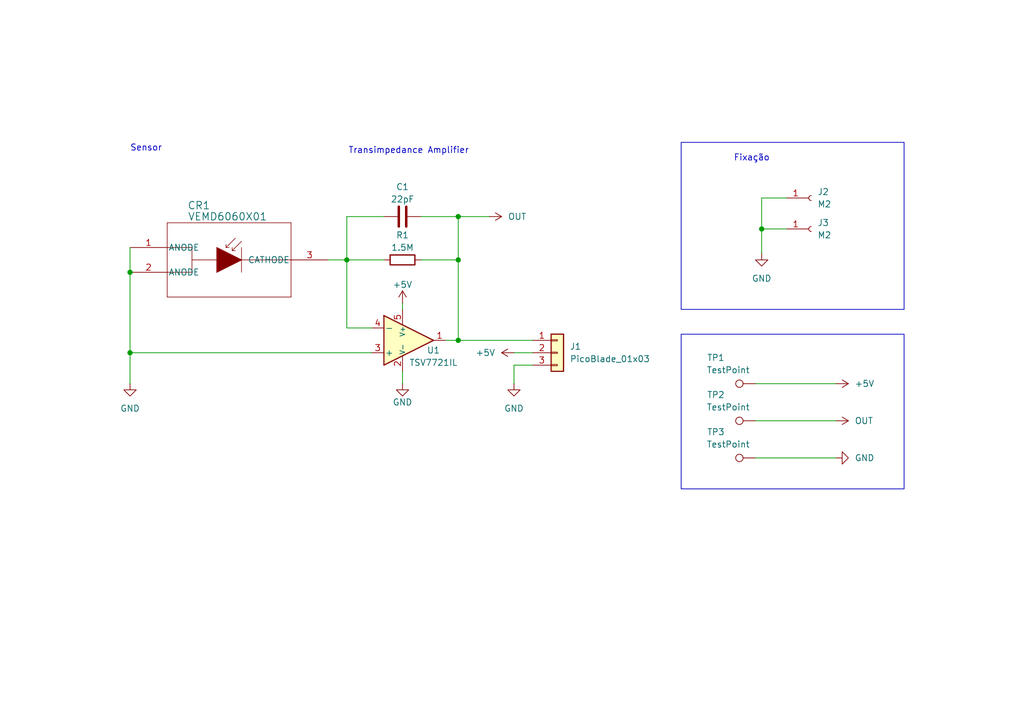
<source format=kicad_sch>
(kicad_sch (version 20231120) (generator "eeschema") (generator_version "8.0")
  (paper "A5")
  (lib_symbols
    (symbol "Connector:Conn_01x01_Socket" (pin_names (offset 1.016) hide)
      (property "Reference" "J" (at 0 2.54 0))
      (property "Value" "Conn_01x01_Socket" (at 0 -2.54 0))
      (symbol "Conn_01x01_Socket_1_1"
        (polyline (pts (xy -1.27 0) (xy -0.508 0)) (stroke (width 0.1524)))
        (arc (start 0 0.508) (mid -0.5058 0) (end 0 -0.508) (stroke (width 0.1524)))
        (pin passive line (at -5.08 0 0) (length 3.81) (name "Pin_1") (number "1"))
      )
    )
    (symbol "Connector:TestPoint" (pin_numbers hide) (pin_names (offset 0.762) hide)
      (property "Reference" "TP" (at 0 6.858 0))
      (property "Value" "TestPoint" (at 0 5.08 0))
      (symbol "TestPoint_0_1"
        (circle (center 0 3.302) (radius 0.762))
      )
      (symbol "TestPoint_1_1"
        (pin passive line (at 0 0 90) (length 2.54) (name "1") (number "1"))
      )
    )
    (symbol "Connector_Generic:Conn_01x03" (pin_names (offset 1.016) hide)
      (property "Reference" "J" (at 0 5.08 0))
      (property "Value" "Conn_01x03" (at 0 -5.08 0))
      (symbol "Conn_01x03_1_1"
        (rectangle (start -1.27 -2.413) (end 0 -2.667) (stroke (width 0.1524)))
        (rectangle (start -1.27 0.127) (end 0 -0.127) (stroke (width 0.1524)))
        (rectangle (start -1.27 2.667) (end 0 2.413) (stroke (width 0.1524)))
        (rectangle (start -1.27 3.81) (end 1.27 -3.81) (stroke (width 0.254)) (fill (type background)))
        (pin passive line (at -5.08 2.54 0) (length 3.81) (name "Pin_1") (number "1"))
        (pin passive line (at -5.08 0 0) (length 3.81) (name "Pin_2") (number "2"))
        (pin passive line (at -5.08 -2.54 0) (length 3.81) (name "Pin_3") (number "3"))
      )
    )
    (symbol "PCM_Amplifier_Operational_AKL:TSV7721IL" (pin_names (offset 0.2))
      (property "Reference" "U" (at 0 7.62 0))
      (property "Value" "TSV7721IL" (at 0 5.08 0))
      (symbol "TSV7721IL_0_1"
        (polyline (pts (xy -5.08 5.08) (xy -5.08 -5.08) (xy 5.08 0) (xy -5.08 5.08)) (stroke (width 0.254)) (fill (type background)))
      )
      (symbol "TSV7721IL_1_1"
        (pin output line (at 7.62 0 180) (length 2.54) (name "~") (number "1"))
        (pin power_in line (at -1.27 -6.35 90) (length 3.18) (name "V-") (number "2"))
        (pin input line (at -7.62 -2.54 0) (length 2.54) (name "+") (number "3"))
        (pin input line (at -7.62 2.54 0) (length 2.54) (name "-") (number "4"))
        (pin power_in line (at -1.27 6.35 270) (length 3.18) (name "V+") (number "5"))
      )
    )
    (symbol "PCM_Capacitor_AKL:C_0805" (pin_numbers hide) (pin_names (offset 0.254))
      (property "Reference" "C" (at 0.635 2.54 0))
      (property "Value" "C_0805" (at 0.635 -2.54 0))
      (symbol "C_0805_0_1"
        (polyline (pts (xy -2.032 -0.762) (xy 2.032 -0.762)) (stroke (width 0.508)))
        (polyline (pts (xy -2.032 0.762) (xy 2.032 0.762)) (stroke (width 0.508)))
      )
      (symbol "C_0805_0_2"
        (polyline (pts (xy -2.54 -2.54) (xy -0.381 -0.381)))
        (polyline (pts (xy -0.508 -0.508) (xy -1.651 0.635)) (stroke (width 0.508)))
        (polyline (pts (xy -0.508 -0.508) (xy 0.635 -1.651)) (stroke (width 0.508)))
        (polyline (pts (xy 0.381 0.381) (xy 2.54 2.54)))
        (polyline (pts (xy 0.508 0.508) (xy -0.635 1.651)) (stroke (width 0.508)))
        (polyline (pts (xy 0.508 0.508) (xy 1.651 -0.635)) (stroke (width 0.508)))
      )
      (symbol "C_0805_1_1"
        (pin passive line (at 0 3.81 270) (length 2.794) (name "~") (number "1"))
        (pin passive line (at 0 -3.81 90) (length 2.794) (name "~") (number "2"))
      )
      (symbol "C_0805_1_2"
        (pin passive line (at 2.54 2.54 270) (length 0) (name "~") (number "1"))
        (pin passive line (at -2.54 -2.54 90) (length 0) (name "~") (number "2"))
      )
    )
    (symbol "PCM_Resistor_AKL:R_0805" (pin_numbers hide) (pin_names (offset 0))
      (property "Reference" "R" (at 2.54 1.27 0))
      (property "Value" "R_0805" (at 2.54 -1.27 0))
      (symbol "R_0805_0_1"
        (rectangle (start -1.016 2.54) (end 1.016 -2.54) (stroke (width 0.254)))
      )
      (symbol "R_0805_0_2"
        (polyline (pts (xy -2.54 -2.54) (xy -1.524 -1.524)))
        (polyline (pts (xy 1.524 1.524) (xy 2.54 2.54)))
        (polyline (pts (xy 1.524 1.524) (xy 0.889 2.159) (xy -2.159 -0.889) (xy -0.889 -2.159) (xy 2.159 0.889) (xy 1.524 1.524)) (stroke (width 0.254)))
      )
      (symbol "R_0805_1_1"
        (pin passive line (at 0 3.81 270) (length 1.27) (name "~") (number "1"))
        (pin passive line (at 0 -3.81 90) (length 1.27) (name "~") (number "2"))
      )
      (symbol "R_0805_1_2"
        (pin passive line (at 2.54 2.54 180) (length 0) (name "") (number "1"))
        (pin passive line (at -2.54 -2.54 0) (length 0) (name "") (number "2"))
      )
    )
    (symbol "VEMD6060X01:VEMD6060X01" (pin_names (offset 0.254))
      (property "Reference" "CR" (at 1.27 12.7 0))
      (property "Value" "VEMD6060X01" (at 1.27 10.16 0))
      (symbol "VEMD6060X01_0_1"
        (polyline (pts (xy -11.43 -7.62) (xy 13.97 -7.62)) (stroke (width 0.127)))
        (polyline (pts (xy -11.43 2.54) (xy -6.35 2.54)) (stroke (width 0.127)))
        (polyline (pts (xy -11.43 7.62) (xy -11.43 -7.62)) (stroke (width 0.127)))
        (polyline (pts (xy -6.35 -2.54) (xy -11.43 -2.54)) (stroke (width 0.127)))
        (polyline (pts (xy -6.35 2.54) (xy -6.35 -2.54)) (stroke (width 0.127)))
        (polyline (pts (xy -1.27 2.54) (xy -1.27 -2.54)) (stroke (width 0.127)))
        (polyline (pts (xy -1.27 2.54) (xy 3.81 0)) (stroke (width 0.127)))
        (polyline (pts (xy 0.635 2.54) (xy 1.27 2.54)) (stroke (width 0.127)))
        (polyline (pts (xy 0.635 2.54) (xy 2.54 4.445)) (stroke (width 0.127)))
        (polyline (pts (xy 0.635 3.175) (xy 0.635 2.54)) (stroke (width 0.127)))
        (polyline (pts (xy 1.905 1.905) (xy 3.81 3.81)) (stroke (width 0.127)))
        (polyline (pts (xy 1.905 2.54) (xy 1.905 1.905)) (stroke (width 0.127)))
        (polyline (pts (xy 2.54 1.905) (xy 1.905 1.905)) (stroke (width 0.127)))
        (polyline (pts (xy 3.81 0) (xy -1.27 -2.54)) (stroke (width 0.127)))
        (polyline (pts (xy 3.81 2.54) (xy 3.81 -2.54)) (stroke (width 0.127)))
        (polyline (pts (xy 13.97 -7.62) (xy 13.97 7.62)) (stroke (width 0.127)))
        (polyline (pts (xy 13.97 0) (xy -6.35 0)) (stroke (width 0.127)))
        (polyline (pts (xy 13.97 7.62) (xy -11.43 7.62)) (stroke (width 0.127)))
        (polyline (pts (xy -1.27 2.54) (xy 3.81 0) (xy -1.27 -2.54)) (fill (type outline)))
        (pin unspecified line (at -19.05 2.54 0) (length 7.62) (name "ANODE") (number "1"))
        (pin unspecified line (at -19.05 -2.54 0) (length 7.62) (name "ANODE") (number "2"))
        (pin unspecified line (at 21.59 0 180) (length 7.62) (name "CATHODE") (number "3"))
      )
    )
    (symbol "power:+1V0" (power) (pin_numbers hide) (pin_names (offset 0) hide)
      (property "Value" "+1V0" (at 0 3.556 0))
      (symbol "+1V0_0_1"
        (polyline (pts (xy -0.762 1.27) (xy 0 2.54)))
        (polyline (pts (xy 0 0) (xy 0 2.54)))
        (polyline (pts (xy 0 2.54) (xy 0.762 1.27)))
      )
      (symbol "+1V0_1_1"
        (pin power_in line (at 0 0 90) (length 0) (name "~") (number "1"))
      )
    )
    (symbol "power:+5V" (power) (pin_numbers hide) (pin_names (offset 0) hide)
      (property "Value" "+5V" (at 0 3.556 0))
      (symbol "+5V_0_1"
        (polyline (pts (xy -0.762 1.27) (xy 0 2.54)))
        (polyline (pts (xy 0 0) (xy 0 2.54)))
        (polyline (pts (xy 0 2.54) (xy 0.762 1.27)))
      )
      (symbol "+5V_1_1"
        (pin power_in line (at 0 0 90) (length 0) (name "~") (number "1"))
      )
    )
    (symbol "power:GND" (power) (pin_numbers hide) (pin_names (offset 0) hide)
      (property "Value" "GND" (at 0 -3.81 0))
      (symbol "GND_0_1"
        (polyline (pts (xy 0 0) (xy 0 -1.27) (xy 1.27 -1.27) (xy 0 -2.54) (xy -1.27 -1.27) (xy 0 -1.27)))
      )
      (symbol "GND_1_1"
        (pin power_in line (at 0 0 270) (length 0) (name "~") (number "1"))
      )
    )
  )
  (junction (at 26.67 72.39))
  (junction (at 93.98 53.34))
  (junction (at 93.98 69.85))
  (junction (at 156.21 46.99))
  (junction (at 93.98 44.45))
  (junction (at 71.12 53.34))
  (junction (at 26.67 55.88))
  (wire (pts (xy 105.41 72.39) (xy 109.22 72.39)))
  (wire (pts (xy 156.21 40.64) (xy 156.21 46.99)))
  (wire (pts (xy 109.22 74.93) (xy 105.41 74.93)))
  (wire (pts (xy 156.21 46.99) (xy 156.21 52.07)))
  (wire (pts (xy 82.55 76.2) (xy 82.55 78.74)))
  (wire (pts (xy 26.67 50.8) (xy 26.67 55.88)))
  (wire (pts (xy 161.29 46.99) (xy 156.21 46.99)))
  (wire (pts (xy 86.36 44.45) (xy 93.98 44.45)))
  (wire (pts (xy 26.67 55.88) (xy 26.67 72.39)))
  (wire (pts (xy 78.74 53.34) (xy 71.12 53.34)))
  (wire (pts (xy 93.98 44.45) (xy 100.33 44.45)))
  (wire (pts (xy 71.12 67.31) (xy 76.2 67.31)))
  (wire (pts (xy 93.98 69.85) (xy 109.22 69.85)))
  (wire (pts (xy 78.74 44.45) (xy 71.12 44.45)))
  (wire (pts (xy 26.67 72.39) (xy 26.67 78.74)))
  (wire (pts (xy 154.94 86.36) (xy 171.45 86.36)))
  (wire (pts (xy 93.98 69.85) (xy 91.44 69.85)))
  (wire (pts (xy 161.29 40.64) (xy 156.21 40.64)))
  (wire (pts (xy 93.98 44.45) (xy 93.98 53.34)))
  (wire (pts (xy 154.94 93.98) (xy 171.45 93.98)))
  (wire (pts (xy 67.31 53.34) (xy 71.12 53.34)))
  (wire (pts (xy 82.55 62.23) (xy 82.55 63.5)))
  (wire (pts (xy 76.2 72.39) (xy 26.67 72.39)))
  (wire (pts (xy 86.36 53.34) (xy 93.98 53.34)))
  (wire (pts (xy 71.12 44.45) (xy 71.12 53.34)))
  (wire (pts (xy 93.98 53.34) (xy 93.98 69.85)))
  (wire (pts (xy 71.12 53.34) (xy 71.12 67.31)))
  (wire (pts (xy 154.94 78.74) (xy 171.45 78.74)))
  (wire (pts (xy 105.41 74.93) (xy 105.41 78.74)))
  (rectangle (start 139.7 29.21) (end 185.42 63.5))
  (rectangle (start 139.7 68.58) (end 185.42 100.33))
  (text "Transimpedance Amplifier" (at 83.82 30.988 0) (effects (font (size 1.27 1.27))))
  (text "Sensor" (at 29.972 30.48 0) (effects (font (size 1.27 1.27))))
  (text "Fixação" (at 154.178 32.512 0) (effects (font (size 1.27 1.27))))
  (symbol (lib_id "power:+5V") (at 82.55 62.23 0) (unit 1)
    (property "Reference" "#PWR05" (effects (hide yes)))
    (property "Value" "+5V" (at 82.55 58.42 0))
    (property "Description" "Power symbol creates a global label with name \"+5V\"" (effects (hide yes)))
  )
  (symbol (lib_id "Connector:TestPoint") (at 154.94 93.98 90) (unit 1)
    (property "Reference" "TP3" (at 146.812 88.646 90))
    (property "Value" "TestPoint" (at 149.352 91.186 90))
    (property "Footprint" "TestPoint:TestPoint_Bridge_Pitch2.0mm_Drill0.7mm" (effects (hide yes)))
    (property "Description" "test point" (effects (hide yes)))
  )
  (symbol (lib_id "Connector:TestPoint") (at 154.94 86.36 90) (unit 1)
    (property "Reference" "TP2" (at 146.812 81.026 90))
    (property "Value" "TestPoint" (at 149.352 83.566 90))
    (property "Footprint" "TestPoint:TestPoint_THTPad_1.0x1.0mm_Drill0.5mm" (effects (hide yes)))
    (property "Description" "test point" (effects (hide yes)))
  )
  (symbol (lib_id "power:+1V0") (at 100.33 44.45 270) (unit 1)
    (property "Reference" "#PWR09" (effects (hide yes)))
    (property "Value" "OUT" (at 104.14 44.4499 90) (effects (justify left)))
    (property "Description" "Power symbol creates a global label with name \"+1V0\"" (effects (hide yes)))
  )
  (symbol (lib_id "power:GND") (at 105.41 78.74 0) (unit 1)
    (property "Reference" "#PWR03" (effects (hide yes)))
    (property "Value" "GND" (at 105.41 83.82 0))
    (property "Description" "Power symbol creates a global label with name \"GND\" , ground" (effects (hide yes)))
  )
  (symbol (lib_id "power:+5V") (at 171.45 78.74 270) (unit 1)
    (property "Reference" "#PWR07" (effects (hide yes)))
    (property "Value" "+5V" (at 175.26 78.7399 90) (effects (justify left)))
    (property "Description" "Power symbol creates a global label with name \"+5V\"" (effects (hide yes)))
  )
  (symbol (lib_id "Connector:Conn_01x01_Socket") (at 166.37 46.99 0) (unit 1)
    (property "Reference" "J3" (at 167.64 45.7199 0) (effects (justify left)))
    (property "Value" "M2" (at 167.64 48.2599 0) (effects (justify left)))
    (property "Footprint" "MountingHole:MountingHole_2.2mm_M2_DIN965_Pad_TopOnly" (effects (hide yes)))
    (property "Description" "Generic connector, single row, 01x01, script generated" (effects (hide yes)))
  )
  (symbol (lib_id "Connector:TestPoint") (at 154.94 78.74 90) (unit 1)
    (property "Reference" "TP1" (at 146.812 73.406 90))
    (property "Value" "TestPoint" (at 149.352 75.946 90))
    (property "Footprint" "TestPoint:TestPoint_THTPad_1.0x1.0mm_Drill0.5mm" (effects (hide yes)))
    (property "Description" "test point" (effects (hide yes)))
  )
  (symbol (lib_id "power:GND") (at 156.21 52.07 0) (unit 1)
    (property "Reference" "#PWR06" (effects (hide yes)))
    (property "Value" "GND" (at 156.21 57.15 0))
    (property "Description" "Power symbol creates a global label with name \"GND\" , ground" (effects (hide yes)))
  )
  (symbol (lib_id "power:GND") (at 82.55 78.74 0) (unit 1)
    (property "Reference" "#PWR02" (effects (hide yes)))
    (property "Value" "GND" (at 82.55 82.55 0))
    (property "Description" "Power symbol creates a global label with name \"GND\" , ground" (effects (hide yes)))
  )
  (symbol (lib_id "Connector:Conn_01x01_Socket") (at 166.37 40.64 0) (unit 1)
    (property "Reference" "J2" (at 167.64 39.3699 0) (effects (justify left)))
    (property "Value" "M2" (at 167.64 41.9099 0) (effects (justify left)))
    (property "Footprint" "MountingHole:MountingHole_2.2mm_M2_DIN965_Pad_TopOnly" (effects (hide yes)))
    (property "Description" "Generic connector, single row, 01x01, script generated" (effects (hide yes)))
  )
  (symbol (lib_id "power:GND") (at 26.67 78.74 0) (unit 1)
    (property "Reference" "#PWR01" (effects (hide yes)))
    (property "Value" "GND" (at 26.67 83.82 0))
    (property "Description" "Power symbol creates a global label with name \"GND\" , ground" (effects (hide yes)))
  )
  (symbol (lib_id "PCM_Resistor_AKL:R_0805") (at 82.55 53.34 90) (unit 1)
    (property "Reference" "R1" (at 82.55 48.26 90))
    (property "Value" "1.5M" (at 82.55 50.8 90))
    (property "Footprint" "Resistor_SMD:R_0805_2012Metric_Pad1.20x1.40mm_HandSolder" (effects (hide yes)))
    (property "Description" "SMD 0805 Chip Resistor, European Symbol, Alternate KiCad Library" (effects (hide yes)))
  )
  (symbol (lib_id "power:GND") (at 171.45 93.98 90) (unit 1)
    (property "Reference" "#PWR08" (effects (hide yes)))
    (property "Value" "GND" (at 175.26 93.9799 90) (effects (justify right)))
    (property "Description" "Power symbol creates a global label with name \"GND\" , ground" (effects (hide yes)))
  )
  (symbol (lib_id "power:+5V") (at 105.41 72.39 90) (unit 1)
    (property "Reference" "#PWR04" (effects (hide yes)))
    (property "Value" "+5V" (at 101.6 72.3899 90) (effects (justify left)))
    (property "Description" "Power symbol creates a global label with name \"+5V\"" (effects (hide yes)))
  )
  (symbol (lib_id "VEMD6060X01:VEMD6060X01") (at 45.72 53.34 0) (unit 1)
    (property "Reference" "CR1" (at 43.18 42.164 0) (effects (font (size 1.524 1.524)) (justify right)))
    (property "Value" "VEMD6060X01" (at 54.864 44.45 0) (effects (font (size 1.524 1.524)) (justify right)))
    (property "Footprint" "VEMD6060X01:VEMD6060X01" (effects (hide yes)))
    (property "Datasheet" "VEMD6060X01" (effects (hide yes)))
  )
  (symbol (lib_id "power:+1V0") (at 171.45 86.36 270) (unit 1)
    (property "Reference" "#PWR010" (effects (hide yes)))
    (property "Value" "OUT" (at 175.26 86.3599 90) (effects (justify left)))
    (property "Description" "Power symbol creates a global label with name \"+1V0\"" (effects (hide yes)))
  )
  (symbol (lib_id "PCM_Amplifier_Operational_AKL:TSV7721IL") (at 83.82 69.85 0) (unit 1)
    (property "Reference" "U1" (at 88.9 71.882 0))
    (property "Value" "TSV7721IL" (at 88.9 74.422 0))
    (property "Footprint" "PCM_Package_TO_SOT_SMD_AKL:SOT-23-5" (effects (hide yes)))
    (property "Datasheet" "https://www.st.com/resource/en/datasheet/tsv7721.pdf" (effects (hide yes)))
    (property "Description" "SOT-23-5 CMOS Precision Fast Rail-to-Rail Operational Amplifier, 250μV Offset, 4μV/°C Drift, 22MHz GBW, Alternate KiCAD Library" (effects (hide yes)))
  )
  (symbol (lib_id "PCM_Capacitor_AKL:C_0805") (at 82.55 44.45 270) (unit 1)
    (property "Reference" "C1" (at 82.55 38.354 90))
    (property "Value" "22pF" (at 82.55 40.894 90))
    (property "Footprint" "PCM_Capacitor_SMD_AKL:C_0805_2012Metric_Pad1.15x1.40mm_HandSolder" (effects (hide yes)))
    (property "Description" "SMD 0805 MLCC capacitor, Alternate KiCad Library" (effects (hide yes)))
  )
  (symbol (lib_id "Connector_Generic:Conn_01x03") (at 114.3 72.39 0) (unit 1)
    (property "Reference" "J1" (at 116.84 71.1199 0) (effects (justify left)))
    (property "Value" "PicoBlade_01x03" (at 116.84 73.6599 0) (effects (justify left)))
    (property "Footprint" "Connector_Molex:Molex_PicoBlade_53047-0310_1x03_P1.25mm_Vertical" (effects (hide yes)))
    (property "Description" "Generic connector, single row, 01x03, script generated (kicad-library-utils/schlib/autogen/connector/)" (effects (hide yes)))
  )
)
</source>
